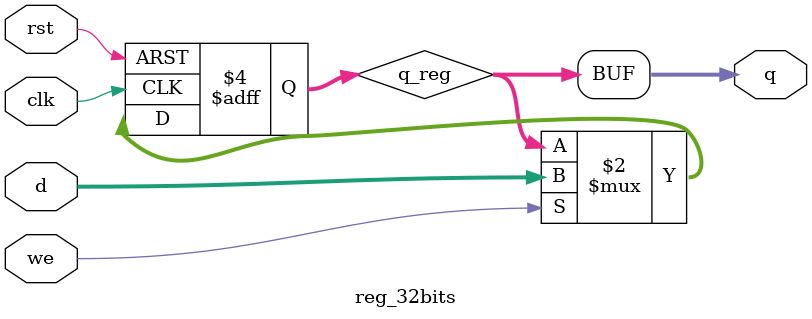
<source format=v>
module reg_32bits(d, we, clk, rst, q);
  input [31:0] d;
  input clk, rst, we;
  output [31:0] q;
  reg [31:0] q_reg;

  always @(posedge clk, posedge rst) begin
    if (rst) begin
      q_reg <= 32'b0;
    end else if (we) begin
      q_reg <= d;
    end
  end

  assign q = q_reg;
endmodule
</source>
